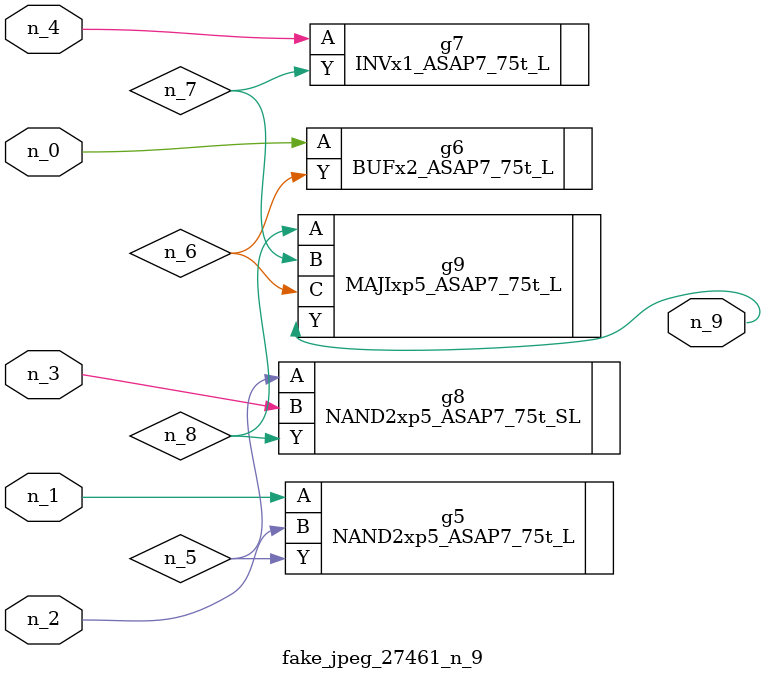
<source format=v>
module fake_jpeg_27461_n_9 (n_3, n_2, n_1, n_0, n_4, n_9);

input n_3;
input n_2;
input n_1;
input n_0;
input n_4;

output n_9;

wire n_8;
wire n_6;
wire n_5;
wire n_7;

NAND2xp5_ASAP7_75t_L g5 ( 
.A(n_1),
.B(n_2),
.Y(n_5)
);

BUFx2_ASAP7_75t_L g6 ( 
.A(n_0),
.Y(n_6)
);

INVx1_ASAP7_75t_L g7 ( 
.A(n_4),
.Y(n_7)
);

NAND2xp5_ASAP7_75t_SL g8 ( 
.A(n_5),
.B(n_3),
.Y(n_8)
);

MAJIxp5_ASAP7_75t_L g9 ( 
.A(n_8),
.B(n_7),
.C(n_6),
.Y(n_9)
);


endmodule
</source>
